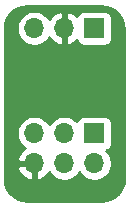
<source format=gbl>
G04 #@! TF.GenerationSoftware,KiCad,Pcbnew,(5.1.10-0-10_14)*
G04 #@! TF.CreationDate,2021-11-02T10:17:00+01:00*
G04 #@! TF.ProjectId,AVRUPDI_breakout,41565255-5044-4495-9f62-7265616b6f75,rev?*
G04 #@! TF.SameCoordinates,Original*
G04 #@! TF.FileFunction,Copper,L2,Bot*
G04 #@! TF.FilePolarity,Positive*
%FSLAX46Y46*%
G04 Gerber Fmt 4.6, Leading zero omitted, Abs format (unit mm)*
G04 Created by KiCad (PCBNEW (5.1.10-0-10_14)) date 2021-11-02 10:17:00*
%MOMM*%
%LPD*%
G01*
G04 APERTURE LIST*
G04 #@! TA.AperFunction,ComponentPad*
%ADD10O,1.700000X1.700000*%
G04 #@! TD*
G04 #@! TA.AperFunction,ComponentPad*
%ADD11R,1.700000X1.700000*%
G04 #@! TD*
G04 #@! TA.AperFunction,Conductor*
%ADD12C,0.254000*%
G04 #@! TD*
G04 #@! TA.AperFunction,Conductor*
%ADD13C,0.100000*%
G04 #@! TD*
G04 APERTURE END LIST*
D10*
X127000000Y-82550000D03*
X127000000Y-80010000D03*
X129540000Y-82550000D03*
X129540000Y-80010000D03*
X132080000Y-82550000D03*
D11*
X132080000Y-80010000D03*
D10*
X127000000Y-71120000D03*
X129540000Y-71120000D03*
D11*
X132080000Y-71120000D03*
D12*
X133079545Y-69278909D02*
X133430208Y-69384780D01*
X133753625Y-69556744D01*
X134037484Y-69788254D01*
X134270965Y-70070486D01*
X134445183Y-70392695D01*
X134553502Y-70742614D01*
X134595001Y-71137452D01*
X134595000Y-83787721D01*
X134556091Y-84184545D01*
X134450220Y-84535206D01*
X134278257Y-84858623D01*
X134046748Y-85142482D01*
X133764514Y-85375965D01*
X133442304Y-85550184D01*
X133092385Y-85658502D01*
X132697557Y-85700000D01*
X126397279Y-85700000D01*
X126000455Y-85661091D01*
X125649794Y-85555220D01*
X125326377Y-85383257D01*
X125042518Y-85151748D01*
X124809035Y-84869514D01*
X124634816Y-84547304D01*
X124526498Y-84197385D01*
X124485000Y-83802557D01*
X124485000Y-82906891D01*
X125558519Y-82906891D01*
X125655843Y-83181252D01*
X125804822Y-83431355D01*
X125999731Y-83647588D01*
X126233080Y-83821641D01*
X126495901Y-83946825D01*
X126643110Y-83991476D01*
X126873000Y-83870155D01*
X126873000Y-82677000D01*
X125679186Y-82677000D01*
X125558519Y-82906891D01*
X124485000Y-82906891D01*
X124485000Y-79863740D01*
X125515000Y-79863740D01*
X125515000Y-80156260D01*
X125572068Y-80443158D01*
X125684010Y-80713411D01*
X125846525Y-80956632D01*
X126053368Y-81163475D01*
X126229406Y-81281100D01*
X125999731Y-81452412D01*
X125804822Y-81668645D01*
X125655843Y-81918748D01*
X125558519Y-82193109D01*
X125679186Y-82423000D01*
X126873000Y-82423000D01*
X126873000Y-82403000D01*
X127127000Y-82403000D01*
X127127000Y-82423000D01*
X127147000Y-82423000D01*
X127147000Y-82677000D01*
X127127000Y-82677000D01*
X127127000Y-83870155D01*
X127356890Y-83991476D01*
X127504099Y-83946825D01*
X127766920Y-83821641D01*
X128000269Y-83647588D01*
X128195178Y-83431355D01*
X128264805Y-83314466D01*
X128386525Y-83496632D01*
X128593368Y-83703475D01*
X128836589Y-83865990D01*
X129106842Y-83977932D01*
X129393740Y-84035000D01*
X129686260Y-84035000D01*
X129973158Y-83977932D01*
X130243411Y-83865990D01*
X130486632Y-83703475D01*
X130693475Y-83496632D01*
X130810000Y-83322240D01*
X130926525Y-83496632D01*
X131133368Y-83703475D01*
X131376589Y-83865990D01*
X131646842Y-83977932D01*
X131933740Y-84035000D01*
X132226260Y-84035000D01*
X132513158Y-83977932D01*
X132783411Y-83865990D01*
X133026632Y-83703475D01*
X133233475Y-83496632D01*
X133395990Y-83253411D01*
X133507932Y-82983158D01*
X133565000Y-82696260D01*
X133565000Y-82403740D01*
X133507932Y-82116842D01*
X133395990Y-81846589D01*
X133233475Y-81603368D01*
X133101620Y-81471513D01*
X133174180Y-81449502D01*
X133284494Y-81390537D01*
X133381185Y-81311185D01*
X133460537Y-81214494D01*
X133519502Y-81104180D01*
X133555812Y-80984482D01*
X133568072Y-80860000D01*
X133568072Y-79160000D01*
X133555812Y-79035518D01*
X133519502Y-78915820D01*
X133460537Y-78805506D01*
X133381185Y-78708815D01*
X133284494Y-78629463D01*
X133174180Y-78570498D01*
X133054482Y-78534188D01*
X132930000Y-78521928D01*
X131230000Y-78521928D01*
X131105518Y-78534188D01*
X130985820Y-78570498D01*
X130875506Y-78629463D01*
X130778815Y-78708815D01*
X130699463Y-78805506D01*
X130640498Y-78915820D01*
X130618487Y-78988380D01*
X130486632Y-78856525D01*
X130243411Y-78694010D01*
X129973158Y-78582068D01*
X129686260Y-78525000D01*
X129393740Y-78525000D01*
X129106842Y-78582068D01*
X128836589Y-78694010D01*
X128593368Y-78856525D01*
X128386525Y-79063368D01*
X128270000Y-79237760D01*
X128153475Y-79063368D01*
X127946632Y-78856525D01*
X127703411Y-78694010D01*
X127433158Y-78582068D01*
X127146260Y-78525000D01*
X126853740Y-78525000D01*
X126566842Y-78582068D01*
X126296589Y-78694010D01*
X126053368Y-78856525D01*
X125846525Y-79063368D01*
X125684010Y-79306589D01*
X125572068Y-79576842D01*
X125515000Y-79863740D01*
X124485000Y-79863740D01*
X124485000Y-71152279D01*
X124502505Y-70973740D01*
X125515000Y-70973740D01*
X125515000Y-71266260D01*
X125572068Y-71553158D01*
X125684010Y-71823411D01*
X125846525Y-72066632D01*
X126053368Y-72273475D01*
X126296589Y-72435990D01*
X126566842Y-72547932D01*
X126853740Y-72605000D01*
X127146260Y-72605000D01*
X127433158Y-72547932D01*
X127703411Y-72435990D01*
X127946632Y-72273475D01*
X128153475Y-72066632D01*
X128275195Y-71884466D01*
X128344822Y-72001355D01*
X128539731Y-72217588D01*
X128773080Y-72391641D01*
X129035901Y-72516825D01*
X129183110Y-72561476D01*
X129413000Y-72440155D01*
X129413000Y-71247000D01*
X129393000Y-71247000D01*
X129393000Y-70993000D01*
X129413000Y-70993000D01*
X129413000Y-69799845D01*
X129667000Y-69799845D01*
X129667000Y-70993000D01*
X129687000Y-70993000D01*
X129687000Y-71247000D01*
X129667000Y-71247000D01*
X129667000Y-72440155D01*
X129896890Y-72561476D01*
X130044099Y-72516825D01*
X130306920Y-72391641D01*
X130540269Y-72217588D01*
X130616034Y-72133534D01*
X130640498Y-72214180D01*
X130699463Y-72324494D01*
X130778815Y-72421185D01*
X130875506Y-72500537D01*
X130985820Y-72559502D01*
X131105518Y-72595812D01*
X131230000Y-72608072D01*
X132930000Y-72608072D01*
X133054482Y-72595812D01*
X133174180Y-72559502D01*
X133284494Y-72500537D01*
X133381185Y-72421185D01*
X133460537Y-72324494D01*
X133519502Y-72214180D01*
X133555812Y-72094482D01*
X133568072Y-71970000D01*
X133568072Y-70270000D01*
X133555812Y-70145518D01*
X133519502Y-70025820D01*
X133460537Y-69915506D01*
X133381185Y-69818815D01*
X133284494Y-69739463D01*
X133174180Y-69680498D01*
X133054482Y-69644188D01*
X132930000Y-69631928D01*
X131230000Y-69631928D01*
X131105518Y-69644188D01*
X130985820Y-69680498D01*
X130875506Y-69739463D01*
X130778815Y-69818815D01*
X130699463Y-69915506D01*
X130640498Y-70025820D01*
X130616034Y-70106466D01*
X130540269Y-70022412D01*
X130306920Y-69848359D01*
X130044099Y-69723175D01*
X129896890Y-69678524D01*
X129667000Y-69799845D01*
X129413000Y-69799845D01*
X129183110Y-69678524D01*
X129035901Y-69723175D01*
X128773080Y-69848359D01*
X128539731Y-70022412D01*
X128344822Y-70238645D01*
X128275195Y-70355534D01*
X128153475Y-70173368D01*
X127946632Y-69966525D01*
X127703411Y-69804010D01*
X127433158Y-69692068D01*
X127146260Y-69635000D01*
X126853740Y-69635000D01*
X126566842Y-69692068D01*
X126296589Y-69804010D01*
X126053368Y-69966525D01*
X125846525Y-70173368D01*
X125684010Y-70416589D01*
X125572068Y-70686842D01*
X125515000Y-70973740D01*
X124502505Y-70973740D01*
X124523909Y-70755455D01*
X124629780Y-70404792D01*
X124801744Y-70081375D01*
X125033254Y-69797516D01*
X125315486Y-69564035D01*
X125637695Y-69389817D01*
X125987614Y-69281498D01*
X126382443Y-69240000D01*
X132682721Y-69240000D01*
X133079545Y-69278909D01*
G04 #@! TA.AperFunction,Conductor*
D13*
G36*
X133079545Y-69278909D02*
G01*
X133430208Y-69384780D01*
X133753625Y-69556744D01*
X134037484Y-69788254D01*
X134270965Y-70070486D01*
X134445183Y-70392695D01*
X134553502Y-70742614D01*
X134595001Y-71137452D01*
X134595000Y-83787721D01*
X134556091Y-84184545D01*
X134450220Y-84535206D01*
X134278257Y-84858623D01*
X134046748Y-85142482D01*
X133764514Y-85375965D01*
X133442304Y-85550184D01*
X133092385Y-85658502D01*
X132697557Y-85700000D01*
X126397279Y-85700000D01*
X126000455Y-85661091D01*
X125649794Y-85555220D01*
X125326377Y-85383257D01*
X125042518Y-85151748D01*
X124809035Y-84869514D01*
X124634816Y-84547304D01*
X124526498Y-84197385D01*
X124485000Y-83802557D01*
X124485000Y-82906891D01*
X125558519Y-82906891D01*
X125655843Y-83181252D01*
X125804822Y-83431355D01*
X125999731Y-83647588D01*
X126233080Y-83821641D01*
X126495901Y-83946825D01*
X126643110Y-83991476D01*
X126873000Y-83870155D01*
X126873000Y-82677000D01*
X125679186Y-82677000D01*
X125558519Y-82906891D01*
X124485000Y-82906891D01*
X124485000Y-79863740D01*
X125515000Y-79863740D01*
X125515000Y-80156260D01*
X125572068Y-80443158D01*
X125684010Y-80713411D01*
X125846525Y-80956632D01*
X126053368Y-81163475D01*
X126229406Y-81281100D01*
X125999731Y-81452412D01*
X125804822Y-81668645D01*
X125655843Y-81918748D01*
X125558519Y-82193109D01*
X125679186Y-82423000D01*
X126873000Y-82423000D01*
X126873000Y-82403000D01*
X127127000Y-82403000D01*
X127127000Y-82423000D01*
X127147000Y-82423000D01*
X127147000Y-82677000D01*
X127127000Y-82677000D01*
X127127000Y-83870155D01*
X127356890Y-83991476D01*
X127504099Y-83946825D01*
X127766920Y-83821641D01*
X128000269Y-83647588D01*
X128195178Y-83431355D01*
X128264805Y-83314466D01*
X128386525Y-83496632D01*
X128593368Y-83703475D01*
X128836589Y-83865990D01*
X129106842Y-83977932D01*
X129393740Y-84035000D01*
X129686260Y-84035000D01*
X129973158Y-83977932D01*
X130243411Y-83865990D01*
X130486632Y-83703475D01*
X130693475Y-83496632D01*
X130810000Y-83322240D01*
X130926525Y-83496632D01*
X131133368Y-83703475D01*
X131376589Y-83865990D01*
X131646842Y-83977932D01*
X131933740Y-84035000D01*
X132226260Y-84035000D01*
X132513158Y-83977932D01*
X132783411Y-83865990D01*
X133026632Y-83703475D01*
X133233475Y-83496632D01*
X133395990Y-83253411D01*
X133507932Y-82983158D01*
X133565000Y-82696260D01*
X133565000Y-82403740D01*
X133507932Y-82116842D01*
X133395990Y-81846589D01*
X133233475Y-81603368D01*
X133101620Y-81471513D01*
X133174180Y-81449502D01*
X133284494Y-81390537D01*
X133381185Y-81311185D01*
X133460537Y-81214494D01*
X133519502Y-81104180D01*
X133555812Y-80984482D01*
X133568072Y-80860000D01*
X133568072Y-79160000D01*
X133555812Y-79035518D01*
X133519502Y-78915820D01*
X133460537Y-78805506D01*
X133381185Y-78708815D01*
X133284494Y-78629463D01*
X133174180Y-78570498D01*
X133054482Y-78534188D01*
X132930000Y-78521928D01*
X131230000Y-78521928D01*
X131105518Y-78534188D01*
X130985820Y-78570498D01*
X130875506Y-78629463D01*
X130778815Y-78708815D01*
X130699463Y-78805506D01*
X130640498Y-78915820D01*
X130618487Y-78988380D01*
X130486632Y-78856525D01*
X130243411Y-78694010D01*
X129973158Y-78582068D01*
X129686260Y-78525000D01*
X129393740Y-78525000D01*
X129106842Y-78582068D01*
X128836589Y-78694010D01*
X128593368Y-78856525D01*
X128386525Y-79063368D01*
X128270000Y-79237760D01*
X128153475Y-79063368D01*
X127946632Y-78856525D01*
X127703411Y-78694010D01*
X127433158Y-78582068D01*
X127146260Y-78525000D01*
X126853740Y-78525000D01*
X126566842Y-78582068D01*
X126296589Y-78694010D01*
X126053368Y-78856525D01*
X125846525Y-79063368D01*
X125684010Y-79306589D01*
X125572068Y-79576842D01*
X125515000Y-79863740D01*
X124485000Y-79863740D01*
X124485000Y-71152279D01*
X124502505Y-70973740D01*
X125515000Y-70973740D01*
X125515000Y-71266260D01*
X125572068Y-71553158D01*
X125684010Y-71823411D01*
X125846525Y-72066632D01*
X126053368Y-72273475D01*
X126296589Y-72435990D01*
X126566842Y-72547932D01*
X126853740Y-72605000D01*
X127146260Y-72605000D01*
X127433158Y-72547932D01*
X127703411Y-72435990D01*
X127946632Y-72273475D01*
X128153475Y-72066632D01*
X128275195Y-71884466D01*
X128344822Y-72001355D01*
X128539731Y-72217588D01*
X128773080Y-72391641D01*
X129035901Y-72516825D01*
X129183110Y-72561476D01*
X129413000Y-72440155D01*
X129413000Y-71247000D01*
X129393000Y-71247000D01*
X129393000Y-70993000D01*
X129413000Y-70993000D01*
X129413000Y-69799845D01*
X129667000Y-69799845D01*
X129667000Y-70993000D01*
X129687000Y-70993000D01*
X129687000Y-71247000D01*
X129667000Y-71247000D01*
X129667000Y-72440155D01*
X129896890Y-72561476D01*
X130044099Y-72516825D01*
X130306920Y-72391641D01*
X130540269Y-72217588D01*
X130616034Y-72133534D01*
X130640498Y-72214180D01*
X130699463Y-72324494D01*
X130778815Y-72421185D01*
X130875506Y-72500537D01*
X130985820Y-72559502D01*
X131105518Y-72595812D01*
X131230000Y-72608072D01*
X132930000Y-72608072D01*
X133054482Y-72595812D01*
X133174180Y-72559502D01*
X133284494Y-72500537D01*
X133381185Y-72421185D01*
X133460537Y-72324494D01*
X133519502Y-72214180D01*
X133555812Y-72094482D01*
X133568072Y-71970000D01*
X133568072Y-70270000D01*
X133555812Y-70145518D01*
X133519502Y-70025820D01*
X133460537Y-69915506D01*
X133381185Y-69818815D01*
X133284494Y-69739463D01*
X133174180Y-69680498D01*
X133054482Y-69644188D01*
X132930000Y-69631928D01*
X131230000Y-69631928D01*
X131105518Y-69644188D01*
X130985820Y-69680498D01*
X130875506Y-69739463D01*
X130778815Y-69818815D01*
X130699463Y-69915506D01*
X130640498Y-70025820D01*
X130616034Y-70106466D01*
X130540269Y-70022412D01*
X130306920Y-69848359D01*
X130044099Y-69723175D01*
X129896890Y-69678524D01*
X129667000Y-69799845D01*
X129413000Y-69799845D01*
X129183110Y-69678524D01*
X129035901Y-69723175D01*
X128773080Y-69848359D01*
X128539731Y-70022412D01*
X128344822Y-70238645D01*
X128275195Y-70355534D01*
X128153475Y-70173368D01*
X127946632Y-69966525D01*
X127703411Y-69804010D01*
X127433158Y-69692068D01*
X127146260Y-69635000D01*
X126853740Y-69635000D01*
X126566842Y-69692068D01*
X126296589Y-69804010D01*
X126053368Y-69966525D01*
X125846525Y-70173368D01*
X125684010Y-70416589D01*
X125572068Y-70686842D01*
X125515000Y-70973740D01*
X124502505Y-70973740D01*
X124523909Y-70755455D01*
X124629780Y-70404792D01*
X124801744Y-70081375D01*
X125033254Y-69797516D01*
X125315486Y-69564035D01*
X125637695Y-69389817D01*
X125987614Y-69281498D01*
X126382443Y-69240000D01*
X132682721Y-69240000D01*
X133079545Y-69278909D01*
G37*
G04 #@! TD.AperFunction*
M02*

</source>
